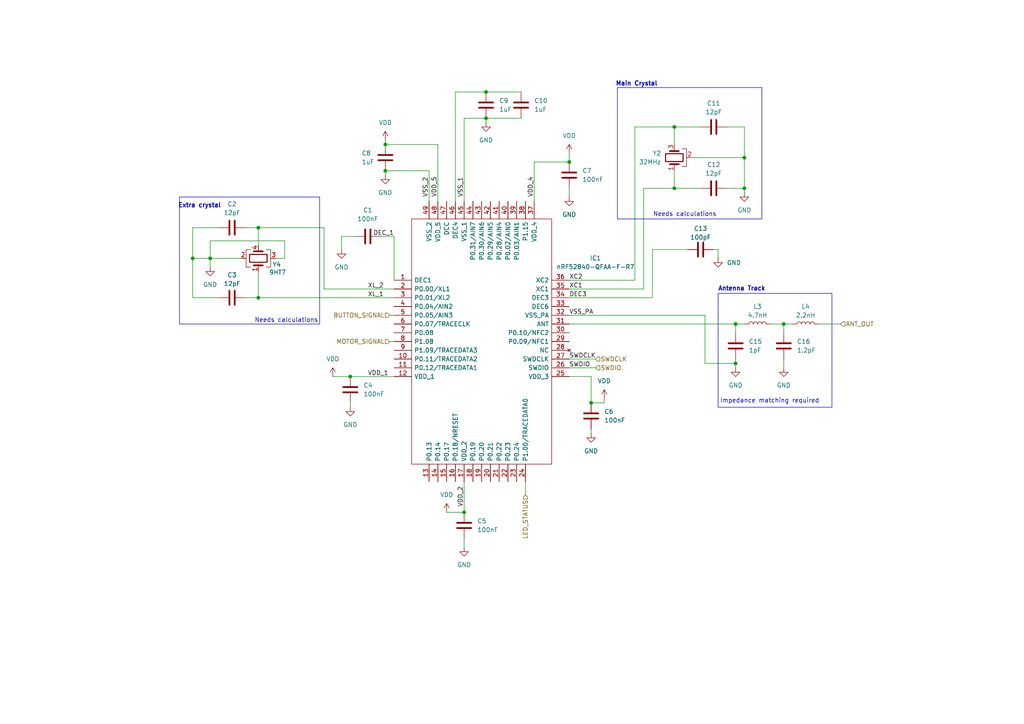
<source format=kicad_sch>
(kicad_sch (version 20250114) (generator "eeschema") (generator_version "9.0")
  (paper "A4")
  (title_block (title "Microcontroller circutry"))
  (lib_symbols
    (symbol "Device:C" (pin_numbers (hide yes)) (pin_names (offset 0.254))
      (property "Reference" "C" (at 0.635 2.54 0))
      (property "Value" "C" (at 0.635 -2.54 0))
      (symbol "C_0_1"
        (polyline (pts (xy -2.032 0.762) (xy 2.032 0.762)) (stroke (width 0.508)))
        (polyline (pts (xy -2.032 -0.762) (xy 2.032 -0.762)) (stroke (width 0.508)))
      )
      (symbol "C_1_1"
        (pin passive line (at 0 3.81 270) (length 2.794) (name "~") (number "1"))
        (pin passive line (at 0 -3.81 90) (length 2.794) (name "~") (number "2"))
      )
    )
    (symbol "Device:Crystal_GND2" (pin_names (offset 1.016) (hide yes))
      (property "Reference" "Y" (at 0 5.715 0))
      (property "Value" "Crystal_GND2" (at 0 3.81 0))
      (symbol "Crystal_GND2_0_1"
        (polyline (pts (xy -2.54 0) (xy -1.905 0)))
        (polyline (pts (xy -2.54 -2.286) (xy -2.54 -3.556) (xy 2.54 -3.556) (xy 2.54 -2.286)))
        (polyline (pts (xy -1.905 -1.27) (xy -1.905 1.27)) (stroke (width 0.508)))
        (rectangle (start -1.143 2.54) (end 1.143 -2.54) (stroke (width 0.3048)))
        (polyline (pts (xy 0 -3.81) (xy 0 -3.556)))
        (polyline (pts (xy 1.905 1.27) (xy 1.905 -1.27)) (stroke (width 0.508)))
        (polyline (pts (xy 1.905 0) (xy 2.54 0)))
      )
      (symbol "Crystal_GND2_1_1"
        (pin passive line (at -3.81 0 0) (length 1.27) (name "1") (number "1"))
        (pin passive line (at 0 -5.08 90) (length 1.27) (name "2") (number "2"))
        (pin passive line (at 3.81 0 180) (length 1.27) (name "3") (number "3"))
      )
    )
    (symbol "Device:Crystal_GND23" (pin_names (offset 1.016) (hide yes))
      (property "Reference" "Y" (at 3.175 5.08 0))
      (property "Value" "Crystal_GND23" (at 3.175 3.175 0))
      (symbol "Crystal_GND23_0_1"
        (polyline (pts (xy -2.54 2.286) (xy -2.54 3.556) (xy 2.54 3.556) (xy 2.54 2.286)))
        (polyline (pts (xy -2.54 0) (xy -2.032 0)))
        (polyline (pts (xy -2.54 -2.286) (xy -2.54 -3.556) (xy 2.54 -3.556) (xy 2.54 -2.286)))
        (polyline (pts (xy -2.032 -1.27) (xy -2.032 1.27)) (stroke (width 0.508)))
        (rectangle (start -1.143 2.54) (end 1.143 -2.54) (stroke (width 0.3048)))
        (polyline (pts (xy 0 3.556) (xy 0 3.81)))
        (polyline (pts (xy 0 -3.81) (xy 0 -3.556)))
        (polyline (pts (xy 2.032 0) (xy 2.54 0)))
        (polyline (pts (xy 2.032 -1.27) (xy 2.032 1.27)) (stroke (width 0.508)))
      )
      (symbol "Crystal_GND23_1_1"
        (pin passive line (at -3.81 0 0) (length 1.27) (name "1") (number "1"))
        (pin passive line (at 0 5.08 270) (length 1.27) (name "2") (number "2"))
        (pin passive line (at 0 -5.08 90) (length 1.27) (name "3") (number "3"))
        (pin passive line (at 3.81 0 180) (length 1.27) (name "4") (number "4"))
      )
    )
    (symbol "Device:L" (pin_numbers (hide yes)) (pin_names (offset 1.016) (hide yes))
      (property "Reference" "L" (at -1.27 0 90))
      (property "Value" "L" (at 1.905 0 90))
      (symbol "L_0_1"
        (arc (start 0 2.54) (mid 0.6323 1.905) (end 0 1.27))
        (arc (start 0 1.27) (mid 0.6323 0.635) (end 0 0))
        (arc (start 0 0) (mid 0.6323 -0.635) (end 0 -1.27))
        (arc (start 0 -1.27) (mid 0.6323 -1.905) (end 0 -2.54))
      )
      (symbol "L_1_1"
        (pin passive line (at 0 3.81 270) (length 1.27) (name "1") (number "1"))
        (pin passive line (at 0 -3.81 90) (length 1.27) (name "2") (number "2"))
      )
    )
    (symbol "nRF52840-QFAA-F-R7:nRF52840-QFAA-F-R7" (pin_names (offset 0.762))
      (property "Reference" "IC" (at 46.99 22.86 0))
      (property "Value" "nRF52840-QFAA-F-R7" (at 46.99 20.32 0))
      (symbol "nRF52840-QFAA-F-R7_0_0"
        (pin passive line (at 0 0 0) (length 5.08) (name "DEC1") (number "1"))
        (pin passive line (at 0 -2.54 0) (length 5.08) (name "P0.00/XL1") (number "2"))
        (pin passive line (at 0 -5.08 0) (length 5.08) (name "P0.01/XL2") (number "3"))
        (pin passive line (at 0 -7.62 0) (length 5.08) (name "P0.04/AIN2") (number "4"))
        (pin passive line (at 0 -10.16 0) (length 5.08) (name "P0.05/AIN3") (number "5"))
        (pin passive line (at 0 -12.7 0) (length 5.08) (name "P0.07/TRACECLK") (number "6"))
        (pin passive line (at 0 -15.24 0) (length 5.08) (name "P0.08") (number "7"))
        (pin passive line (at 0 -17.78 0) (length 5.08) (name "P1.08") (number "8"))
        (pin passive line (at 0 -20.32 0) (length 5.08) (name "P1.09/TRACEDATA3") (number "9"))
        (pin passive line (at 0 -22.86 0) (length 5.08) (name "P0.11/TRACEDATA2") (number "10"))
        (pin passive line (at 0 -25.4 0) (length 5.08) (name "P0.12/TRACEDATA1") (number "11"))
        (pin passive line (at 0 -27.94 0) (length 5.08) (name "VDD_1") (number "12"))
        (pin passive line (at 10.16 22.86 270) (length 5.08) (name "VSS_2") (number "49"))
        (pin passive line (at 10.16 -58.42 90) (length 5.08) (name "P0.13") (number "13"))
        (pin passive line (at 12.7 22.86 270) (length 5.08) (name "VDD_5") (number "48"))
        (pin passive line (at 12.7 -58.42 90) (length 5.08) (name "P0.14") (number "14"))
        (pin passive line (at 15.24 22.86 270) (length 5.08) (name "DCC") (number "47"))
        (pin passive line (at 15.24 -58.42 90) (length 5.08) (name "P0.17") (number "15"))
        (pin passive line (at 17.78 22.86 270) (length 5.08) (name "DEC4") (number "46"))
        (pin passive line (at 17.78 -58.42 90) (length 5.08) (name "P0.18/NRESET") (number "16"))
        (pin passive line (at 20.32 22.86 270) (length 5.08) (name "VSS_1") (number "45"))
        (pin passive line (at 20.32 -58.42 90) (length 5.08) (name "VDD_2") (number "17"))
        (pin passive line (at 22.86 22.86 270) (length 5.08) (name "P0.31/AIN7") (number "44"))
        (pin passive line (at 22.86 -58.42 90) (length 5.08) (name "P0.19") (number "18"))
        (pin passive line (at 25.4 22.86 270) (length 5.08) (name "P0.30/AIN6") (number "43"))
        (pin passive line (at 25.4 -58.42 90) (length 5.08) (name "P0.20") (number "19"))
        (pin passive line (at 27.94 22.86 270) (length 5.08) (name "P0.29/AIN5") (number "42"))
        (pin passive line (at 27.94 -58.42 90) (length 5.08) (name "P0.21") (number "20"))
        (pin passive line (at 30.48 22.86 270) (length 5.08) (name "P0.28/AIN4") (number "41"))
        (pin passive line (at 30.48 -58.42 90) (length 5.08) (name "P0.22") (number "21"))
        (pin passive line (at 33.02 22.86 270) (length 5.08) (name "P0.02/AIN0") (number "40"))
        (pin passive line (at 33.02 -58.42 90) (length 5.08) (name "P0.23") (number "22"))
        (pin passive line (at 35.56 22.86 270) (length 5.08) (name "P0.03/AIN1") (number "39"))
        (pin passive line (at 35.56 -58.42 90) (length 5.08) (name "P0.24") (number "23"))
        (pin passive line (at 38.1 22.86 270) (length 5.08) (name "P1.15") (number "38"))
        (pin passive line (at 38.1 -58.42 90) (length 5.08) (name "P1.00/TRACEDATA0") (number "24"))
        (pin passive line (at 40.64 22.86 270) (length 5.08) (name "VDD_4") (number "37"))
        (pin passive line (at 50.8 0 180) (length 5.08) (name "XC2") (number "36"))
        (pin passive line (at 50.8 -2.54 180) (length 5.08) (name "XC1") (number "35"))
        (pin passive line (at 50.8 -5.08 180) (length 5.08) (name "DEC3") (number "34"))
        (pin passive line (at 50.8 -7.62 180) (length 5.08) (name "DEC6") (number "33"))
        (pin passive line (at 50.8 -10.16 180) (length 5.08) (name "VSS_PA") (number "32"))
        (pin passive line (at 50.8 -12.7 180) (length 5.08) (name "ANT") (number "31"))
        (pin passive line (at 50.8 -15.24 180) (length 5.08) (name "P0.10/NFC2") (number "30"))
        (pin passive line (at 50.8 -17.78 180) (length 5.08) (name "P0.09/NFC1") (number "29"))
        (pin no_connect line (at 50.8 -20.32 180) (length 5.08) (name "NC") (number "28"))
        (pin passive line (at 50.8 -22.86 180) (length 5.08) (name "SWDCLK") (number "27"))
        (pin passive line (at 50.8 -25.4 180) (length 5.08) (name "SWDIO") (number "26"))
        (pin passive line (at 50.8 -27.94 180) (length 5.08) (name "VDD_3") (number "25"))
      )
      (symbol "nRF52840-QFAA-F-R7_0_1"
        (polyline (pts (xy 5.08 17.78) (xy 45.72 17.78) (xy 45.72 -53.34) (xy 5.08 -53.34) (xy 5.08 17.78)) (stroke (width 0.1524)))
      )
    )
    (symbol "power:GND" (power) (pin_numbers (hide yes)) (pin_names (offset 0) (hide yes))
      (property "Value" "GND" (at 0 -3.81 0))
      (symbol "GND_0_1"
        (polyline (pts (xy 0 0) (xy 0 -1.27) (xy 1.27 -1.27) (xy 0 -2.54) (xy -1.27 -1.27) (xy 0 -1.27)))
      )
      (symbol "GND_1_1"
        (pin power_in line (at 0 0 270) (length 0) (name "~") (number "1"))
      )
    )
    (symbol "power:VDD" (power) (pin_numbers (hide yes)) (pin_names (offset 0) (hide yes))
      (property "Value" "VDD" (at 0 3.556 0))
      (symbol "VDD_0_1"
        (polyline (pts (xy -0.762 1.27) (xy 0 2.54)))
        (polyline (pts (xy 0 2.54) (xy 0.762 1.27)))
        (polyline (pts (xy 0 0) (xy 0 2.54)))
      )
      (symbol "VDD_1_1"
        (pin power_in line (at 0 0 90) (length 0) (name "~") (number "1"))
      )
    )
  )
  (rectangle (start 208.28 85.09) (end 241.3 118.11))
  (rectangle (start 52.07 57.15) (end 92.71 93.98))
  (rectangle (start 179.07 25.4) (end 220.98 63.5))
  (text "Antenna Track" (at 215.138 83.82 0) (effects (font (size 1.27 1.27) (thickness 0.254) (bold yes))))
  (text "Needs calculations" (at 83.058 92.964 0) (effects (font (size 1.27 1.27))))
  (text "Main Crystal" (at 184.658 24.384 0) (effects (font (size 1.27 1.27) (thickness 0.254) (bold yes))))
  (text "Extra crystal" (at 57.912 59.69 0) (effects (font (size 1.27 1.27) (thickness 0.254) (bold yes))))
  (text "Impedance matching required" (at 223.266 116.332 0) (effects (font (size 1.27 1.27))))
  (text "Needs calculations" (at 198.628 62.23 0) (effects (font (size 1.27 1.27))))
  (junction (at 195.58 36.83))
  (junction (at 213.36 93.98))
  (junction (at 227.33 93.98))
  (junction (at 171.45 116.84))
  (junction (at 74.93 66.04))
  (junction (at 165.1 46.99))
  (junction (at 195.58 54.61))
  (junction (at 134.62 148.59))
  (junction (at 101.6 109.22))
  (junction (at 60.96 74.93))
  (junction (at 213.36 105.41))
  (junction (at 111.76 49.53))
  (junction (at 215.9 45.72))
  (junction (at 55.88 74.93))
  (junction (at 140.97 26.67))
  (junction (at 111.76 41.91))
  (junction (at 74.93 86.36))
  (junction (at 140.97 34.29))
  (junction (at 215.9 54.61))
  (wire (pts (xy 208.28 72.39) (xy 207.01 72.39)))
  (wire (pts (xy 111.76 40.64) (xy 111.76 41.91)))
  (wire (pts (xy 140.97 34.29) (xy 140.97 35.56)))
  (wire (pts (xy 189.23 86.36) (xy 189.23 72.39)))
  (wire (pts (xy 186.69 54.61) (xy 195.58 54.61)))
  (wire (pts (xy 171.45 124.46) (xy 171.45 125.73)))
  (wire (pts (xy 129.54 148.59) (xy 134.62 148.59)))
  (wire (pts (xy 134.62 34.29) (xy 140.97 34.29)))
  (wire (pts (xy 171.45 109.22) (xy 165.1 109.22)))
  (wire (pts (xy 208.28 74.93) (xy 208.28 72.39)))
  (wire (pts (xy 113.03 91.44) (xy 114.3 91.44)))
  (wire (pts (xy 101.6 109.22) (xy 114.3 109.22)))
  (wire (pts (xy 165.1 91.44) (xy 204.47 91.44)))
  (wire (pts (xy 60.96 69.85) (xy 60.96 74.93)))
  (wire (pts (xy 227.33 104.14) (xy 227.33 106.68)))
  (wire (pts (xy 200.66 45.72) (xy 215.9 45.72)))
  (wire (pts (xy 227.33 93.98) (xy 229.87 93.98)))
  (wire (pts (xy 55.88 74.93) (xy 55.88 86.36)))
  (wire (pts (xy 111.76 49.53) (xy 124.46 49.53)))
  (wire (pts (xy 74.93 66.04) (xy 74.93 71.12)))
  (wire (pts (xy 93.98 83.82) (xy 114.3 83.82)))
  (wire (pts (xy 175.26 116.84) (xy 171.45 116.84)))
  (wire (pts (xy 237.49 93.98) (xy 243.84 93.98)))
  (wire (pts (xy 63.5 66.04) (xy 55.88 66.04)))
  (wire (pts (xy 74.93 86.36) (xy 114.3 86.36)))
  (wire (pts (xy 175.26 115.57) (xy 175.26 116.84)))
  (wire (pts (xy 124.46 49.53) (xy 124.46 58.42)))
  (wire (pts (xy 215.9 93.98) (xy 213.36 93.98)))
  (wire (pts (xy 101.6 116.84) (xy 101.6 118.11)))
  (wire (pts (xy 60.96 77.47) (xy 60.96 74.93)))
  (wire (pts (xy 132.08 58.42) (xy 132.08 26.67)))
  (wire (pts (xy 71.12 66.04) (xy 74.93 66.04)))
  (wire (pts (xy 99.06 72.39) (xy 99.06 68.58)))
  (wire (pts (xy 213.36 104.14) (xy 213.36 105.41)))
  (wire (pts (xy 171.45 116.84) (xy 171.45 109.22)))
  (wire (pts (xy 71.12 86.36) (xy 74.93 86.36)))
  (wire (pts (xy 74.93 66.04) (xy 93.98 66.04)))
  (wire (pts (xy 213.36 106.68) (xy 213.36 105.41)))
  (wire (pts (xy 134.62 156.21) (xy 134.62 158.75)))
  (wire (pts (xy 80.01 74.93) (xy 82.55 74.93)))
  (wire (pts (xy 184.15 36.83) (xy 195.58 36.83)))
  (wire (pts (xy 165.1 81.28) (xy 184.15 81.28)))
  (wire (pts (xy 204.47 91.44) (xy 204.47 105.41)))
  (wire (pts (xy 110.49 68.58) (xy 114.3 68.58)))
  (wire (pts (xy 127 41.91) (xy 111.76 41.91)))
  (wire (pts (xy 99.06 68.58) (xy 102.87 68.58)))
  (wire (pts (xy 111.76 49.53) (xy 111.76 50.8)))
  (wire (pts (xy 210.82 54.61) (xy 215.9 54.61)))
  (wire (pts (xy 165.1 54.61) (xy 165.1 57.15)))
  (wire (pts (xy 195.58 54.61) (xy 203.2 54.61)))
  (wire (pts (xy 93.98 83.82) (xy 93.98 66.04)))
  (wire (pts (xy 213.36 93.98) (xy 213.36 96.52)))
  (wire (pts (xy 204.47 105.41) (xy 213.36 105.41)))
  (wire (pts (xy 140.97 26.67) (xy 151.13 26.67)))
  (wire (pts (xy 55.88 66.04) (xy 55.88 74.93)))
  (wire (pts (xy 184.15 81.28) (xy 184.15 36.83)))
  (wire (pts (xy 114.3 68.58) (xy 114.3 81.28)))
  (wire (pts (xy 55.88 74.93) (xy 60.96 74.93)))
  (wire (pts (xy 186.69 54.61) (xy 186.69 83.82)))
  (wire (pts (xy 210.82 36.83) (xy 215.9 36.83)))
  (wire (pts (xy 127 58.42) (xy 127 41.91)))
  (wire (pts (xy 165.1 106.68) (xy 172.72 106.68)))
  (wire (pts (xy 74.93 78.74) (xy 74.93 86.36)))
  (wire (pts (xy 215.9 45.72) (xy 215.9 54.61)))
  (wire (pts (xy 165.1 104.14) (xy 172.72 104.14)))
  (wire (pts (xy 55.88 86.36) (xy 63.5 86.36)))
  (wire (pts (xy 154.94 46.99) (xy 165.1 46.99)))
  (wire (pts (xy 195.58 54.61) (xy 195.58 49.53)))
  (wire (pts (xy 215.9 36.83) (xy 215.9 45.72)))
  (wire (pts (xy 165.1 86.36) (xy 189.23 86.36)))
  (wire (pts (xy 227.33 93.98) (xy 227.33 96.52)))
  (wire (pts (xy 165.1 44.45) (xy 165.1 46.99)))
  (wire (pts (xy 134.62 58.42) (xy 134.62 34.29)))
  (wire (pts (xy 223.52 93.98) (xy 227.33 93.98)))
  (wire (pts (xy 186.69 83.82) (xy 165.1 83.82)))
  (wire (pts (xy 113.03 99.06) (xy 114.3 99.06)))
  (wire (pts (xy 152.4 139.7) (xy 152.4 143.51)))
  (wire (pts (xy 154.94 46.99) (xy 154.94 58.42)))
  (wire (pts (xy 82.55 74.93) (xy 82.55 69.85)))
  (wire (pts (xy 189.23 72.39) (xy 199.39 72.39)))
  (wire (pts (xy 60.96 74.93) (xy 69.85 74.93)))
  (wire (pts (xy 82.55 69.85) (xy 60.96 69.85)))
  (wire (pts (xy 195.58 36.83) (xy 195.58 41.91)))
  (wire (pts (xy 140.97 34.29) (xy 151.13 34.29)))
  (wire (pts (xy 215.9 54.61) (xy 215.9 55.88)))
  (wire (pts (xy 134.62 139.7) (xy 134.62 148.59)))
  (wire (pts (xy 132.08 26.67) (xy 140.97 26.67)))
  (wire (pts (xy 195.58 36.83) (xy 203.2 36.83)))
  (wire (pts (xy 213.36 93.98) (xy 165.1 93.98)))
  (wire (pts (xy 96.52 109.22) (xy 101.6 109.22)))
  (label "SWDIO" (at 165.1 106.68 0))
  (label "XC1" (at 165.1 83.82 0))
  (label "VDD_4" (at 154.94 57.15 90))
  (label "VDD_5" (at 127 57.15 90))
  (label "DEC3" (at 165.1 86.36 0))
  (label "XL_2" (at 106.68 83.82 0))
  (label "XC2" (at 165.1 81.28 0))
  (label "SWDCLK" (at 165.1 104.14 0))
  (label "VDD_2" (at 134.62 140.97 270))
  (label "VSS_1" (at 134.62 57.15 90))
  (label "DEC_1" (at 114.3 68.58 180))
  (label "VSS_PA" (at 165.1 91.44 0))
  (label "VDD_1" (at 106.68 109.22 0))
  (label "XL_1" (at 106.68 86.36 0))
  (label "VSS_2" (at 124.46 57.15 90))
  (hierarchical_label "MOTOR_SIGNAL" (shape input) (at 113.03 99.06 180))
  (hierarchical_label "SWDCLK" (shape input) (at 172.72 104.14 0))
  (hierarchical_label "SWDIO" (shape input) (at 172.72 106.68 0))
  (hierarchical_label "LED_STATUS" (shape input) (at 152.4 143.51 270))
  (hierarchical_label "ANT_OUT" (shape input) (at 243.84 93.98 0))
  (hierarchical_label "BUTTON_SIGNAL" (shape input) (at 113.03 91.44 180))
  (symbol (lib_id "Device:C") (at 101.6 113.03 0) (unit 1)
    (property "Reference" "C4" (at 105.41 111.7599 0) (effects (justify left)))
    (property "Value" "100nF" (at 105.41 114.2999 0) (effects (justify left)))
    (property "Footprint" "Capacitor_SMD:C_0402_1005Metric" (effects (hide yes)))
    (property "Description" "Unpolarized capacitor" (effects (hide yes)))
  )
  (symbol (lib_id "nRF52840-QFAA-F-R7:nRF52840-QFAA-F-R7") (at 114.3 81.28 0) (unit 1)
    (property "Reference" "IC1" (at 172.72 74.8598 0))
    (property "Value" "nRF52840-QFAA-F-R7" (at 172.72 77.3998 0))
    (property "Footprint" "libraries:QFN40P600X600X95-49N-D" (effects (hide yes)))
    (property "Datasheet" "https://infocenter.nordicsemi.com/pdf/nRF52840_PS_v1.7.pdf" (effects (hide yes)))
    (property "Description" "RF System on a Chip - SoC Multiprotocol Bluetooth 5.3 SoC supporting Bluetooth Low Energy, Bluetooth mesh, NFC, Thread and Zigbee" (effects (hide yes)))
    (property "Description_1" "RF System on a Chip - SoC Multiprotocol Bluetooth 5.3 SoC supporting Bluetooth Low Energy, Bluetooth mesh, NFC, Thread and Zigbee" (effects (hide yes)))
    (property "Height" "0.95" (effects (hide yes)))
    (property "Mouser Part Number" "949-NRF52840QFAAF-R7" (effects (hide yes)))
    (property "Mouser Price/Stock" "https://www.mouser.co.uk/ProductDetail/Nordic-Semiconductor/nRF52840-QFAA-F-R7?qs=TCDPyi3sCW2TA2kPWr8xHQ%3D%3D" (effects (hide yes)))
    (property "Manufacturer_Name" "Nordic Semiconductor" (effects (hide yes)))
    (property "Manufacturer_Part_Number" "nRF52840-QFAA-F-R7" (effects (hide yes)))
  )
  (symbol (lib_id "power:GND") (at 134.62 158.75 0) (unit 1)
    (property "Reference" "#PWR04" (effects (hide yes)))
    (property "Value" "GND" (at 134.62 163.83 0))
    (property "Description" "Power symbol creates a global label with name \"GND\" , ground" (effects (hide yes)))
  )
  (symbol (lib_id "Device:C") (at 165.1 50.8 180) (unit 1)
    (property "Reference" "C7" (at 168.91 49.5299 0) (effects (justify right)))
    (property "Value" "100nF" (at 168.91 52.0699 0) (effects (justify right)))
    (property "Footprint" "Capacitor_SMD:C_0402_1005Metric" (effects (hide yes)))
    (property "Description" "Unpolarized capacitor" (effects (hide yes)))
  )
  (symbol (lib_id "power:GND") (at 60.96 77.47 0) (unit 1)
    (property "Reference" "#PWR02" (effects (hide yes)))
    (property "Value" "GND" (at 60.96 82.55 0))
    (property "Description" "Power symbol creates a global label with name \"GND\" , ground" (effects (hide yes)))
  )
  (symbol (lib_id "power:GND") (at 140.97 35.56 0) (unit 1)
    (property "Reference" "#PWR013" (effects (hide yes)))
    (property "Value" "GND" (at 140.97 40.64 0))
    (property "Description" "Power symbol creates a global label with name \"GND\" , ground" (effects (hide yes)))
  )
  (symbol (lib_id "Device:L") (at 219.71 93.98 90) (unit 1)
    (property "Reference" "L3" (at 219.71 88.9 90))
    (property "Value" "4.7nH" (at 219.71 91.44 90))
    (property "Footprint" "Capacitor_SMD:C_0402_1005Metric" (effects (hide yes)))
    (property "Description" "Inductor" (effects (hide yes)))
  )
  (symbol (lib_id "power:GND") (at 208.28 74.93 0) (unit 1)
    (property "Reference" "#PWR015" (effects (hide yes)))
    (property "Value" "GND" (at 210.82 76.1999 0) (effects (justify left)))
    (property "Description" "Power symbol creates a global label with name \"GND\" , ground" (effects (hide yes)))
  )
  (symbol (lib_id "power:GND") (at 213.36 106.68 0) (unit 1)
    (property "Reference" "#PWR016" (effects (hide yes)))
    (property "Value" "GND" (at 213.36 111.76 0))
    (property "Description" "Power symbol creates a global label with name \"GND\" , ground" (effects (hide yes)))
  )
  (symbol (lib_id "power:GND") (at 171.45 125.73 0) (unit 1)
    (property "Reference" "#PWR05" (effects (hide yes)))
    (property "Value" "GND" (at 171.45 130.81 0))
    (property "Description" "Power symbol creates a global label with name \"GND\" , ground" (effects (hide yes)))
  )
  (symbol (lib_id "Device:C") (at 67.31 86.36 90) (unit 1)
    (property "Reference" "C3" (at 67.31 79.756 90))
    (property "Value" "12pF" (at 67.31 82.296 90))
    (property "Footprint" "Capacitor_SMD:C_0402_1005Metric" (effects (hide yes)))
    (property "Description" "Unpolarized capacitor" (effects (hide yes)))
  )
  (symbol (lib_id "Device:C") (at 171.45 120.65 0) (unit 1)
    (property "Reference" "C6" (at 175.26 119.3799 0) (effects (justify left)))
    (property "Value" "100nF" (at 175.26 121.9199 0) (effects (justify left)))
    (property "Footprint" "Capacitor_SMD:C_0402_1005Metric" (effects (hide yes)))
    (property "Description" "Unpolarized capacitor" (effects (hide yes)))
  )
  (symbol (lib_id "power:GND") (at 111.76 50.8 0) (unit 1)
    (property "Reference" "#PWR011" (effects (hide yes)))
    (property "Value" "GND" (at 111.76 55.88 0))
    (property "Description" "Power symbol creates a global label with name \"GND\" , ground" (effects (hide yes)))
  )
  (symbol (lib_id "Device:C") (at 151.13 30.48 180) (unit 1)
    (property "Reference" "C10" (at 154.94 29.2099 0) (effects (justify right)))
    (property "Value" "1uF" (at 154.94 31.7499 0) (effects (justify right)))
    (property "Footprint" "Capacitor_SMD:C_0402_1005Metric" (effects (hide yes)))
    (property "Description" "Unpolarized capacitor" (effects (hide yes)))
  )
  (symbol (lib_id "power:GND") (at 215.9 55.88 0) (unit 1)
    (property "Reference" "#PWR014" (effects (hide yes)))
    (property "Value" "GND" (at 215.9 60.96 0))
    (property "Description" "Power symbol creates a global label with name \"GND\" , ground" (effects (hide yes)))
  )
  (symbol (lib_id "Device:C") (at 203.2 72.39 90) (unit 1)
    (property "Reference" "C13" (at 203.2 66.294 90))
    (property "Value" "100pF" (at 203.2 68.834 90))
    (property "Footprint" "Capacitor_SMD:C_0402_1005Metric" (effects (hide yes)))
    (property "Description" "Unpolarized capacitor" (effects (hide yes)))
  )
  (symbol (lib_id "power:VDD") (at 129.54 148.59 0) (unit 1)
    (property "Reference" "#PWR08" (effects (hide yes)))
    (property "Value" "VDD" (at 129.54 143.51 0))
    (property "Description" "Power symbol creates a global label with name \"VDD\"" (effects (hide yes)))
  )
  (symbol (lib_id "Device:C") (at 106.68 68.58 90) (unit 1)
    (property "Reference" "C1" (at 106.68 60.96 90))
    (property "Value" "100nF" (at 106.68 63.5 90))
    (property "Footprint" "Capacitor_SMD:C_0402_1005Metric" (effects (hide yes)))
    (property "Description" "Unpolarized capacitor" (effects (hide yes)))
  )
  (symbol (lib_id "Device:C") (at 213.36 100.33 0) (unit 1)
    (property "Reference" "C15" (at 217.17 99.0599 0) (effects (justify left)))
    (property "Value" "1pF" (at 217.17 101.5999 0) (effects (justify left)))
    (property "Footprint" "Capacitor_SMD:C_0402_1005Metric" (effects (hide yes)))
    (property "Description" "Unpolarized capacitor" (effects (hide yes)))
  )
  (symbol (lib_id "power:VDD") (at 175.26 115.57 0) (unit 1)
    (property "Reference" "#PWR07" (effects (hide yes)))
    (property "Value" "VDD" (at 175.26 110.49 0))
    (property "Description" "Power symbol creates a global label with name \"VDD\"" (effects (hide yes)))
  )
  (symbol (lib_id "Device:C") (at 207.01 54.61 90) (unit 1)
    (property "Reference" "C12" (at 207.01 47.752 90))
    (property "Value" "12pF" (at 207.01 50.292 90))
    (property "Footprint" "Capacitor_SMD:C_0402_1005Metric" (effects (hide yes)))
    (property "Description" "Unpolarized capacitor" (effects (hide yes)))
  )
  (symbol (lib_id "Device:C") (at 207.01 36.83 90) (unit 1)
    (property "Reference" "C11" (at 207.01 29.972 90))
    (property "Value" "12pF" (at 207.01 32.512 90))
    (property "Footprint" "Capacitor_SMD:C_0402_1005Metric" (effects (hide yes)))
    (property "Description" "Unpolarized capacitor" (effects (hide yes)))
  )
  (symbol (lib_id "Device:C") (at 227.33 100.33 0) (unit 1)
    (property "Reference" "C16" (at 231.14 99.0599 0) (effects (justify left)))
    (property "Value" "1.2pF" (at 231.14 101.5999 0) (effects (justify left)))
    (property "Footprint" "Capacitor_SMD:C_0402_1005Metric" (effects (hide yes)))
    (property "Description" "Unpolarized capacitor" (effects (hide yes)))
  )
  (symbol (lib_id "Device:Crystal_GND23") (at 74.93 74.93 90) (unit 1)
    (property "Reference" "Y4" (at 80.264 76.708 90))
    (property "Value" "9HT7" (at 80.518 78.994 90))
    (property "Footprint" "libraries:9HT732768KDZFT" (effects (hide yes)))
    (property "Description" "Four pin crystal, GND on pins 2 and 3" (effects (hide yes)))
  )
  (symbol (lib_id "power:GND") (at 227.33 106.68 0) (unit 1)
    (property "Reference" "#PWR017" (effects (hide yes)))
    (property "Value" "GND" (at 227.33 111.76 0))
    (property "Description" "Power symbol creates a global label with name \"GND\" , ground" (effects (hide yes)))
  )
  (symbol (lib_id "Device:Crystal_GND2") (at 195.58 45.72 90) (unit 1)
    (property "Reference" "Y2" (at 191.77 44.4499 90) (effects (justify left)))
    (property "Value" "32MHz" (at 191.77 46.9899 90) (effects (justify left)))
    (property "Footprint" "libraries:ECS320847BJTMTR" (effects (hide yes)))
    (property "Description" "Three pin crystal, GND on pin 2" (effects (hide yes)))
  )
  (symbol (lib_id "power:GND") (at 101.6 118.11 0) (unit 1)
    (property "Reference" "#PWR03" (effects (hide yes)))
    (property "Value" "GND" (at 101.6 123.19 0))
    (property "Description" "Power symbol creates a global label with name \"GND\" , ground" (effects (hide yes)))
  )
  (symbol (lib_id "power:VDD") (at 111.76 40.64 0) (unit 1)
    (property "Reference" "#PWR012" (effects (hide yes)))
    (property "Value" "VDD" (at 111.76 35.56 0))
    (property "Description" "Power symbol creates a global label with name \"VDD\"" (effects (hide yes)))
  )
  (symbol (lib_id "Device:C") (at 67.31 66.04 90) (unit 1)
    (property "Reference" "C2" (at 67.31 59.182 90))
    (property "Value" "12pF" (at 67.31 61.722 90))
    (property "Footprint" "Capacitor_SMD:C_0402_1005Metric" (effects (hide yes)))
    (property "Description" "Unpolarized capacitor" (effects (hide yes)))
  )
  (symbol (lib_id "power:GND") (at 99.06 72.39 0) (unit 1)
    (property "Reference" "#PWR01" (effects (hide yes)))
    (property "Value" "GND" (at 99.06 77.47 0))
    (property "Description" "Power symbol creates a global label with name \"GND\" , ground" (effects (hide yes)))
  )
  (symbol (lib_id "Device:L") (at 233.68 93.98 90) (unit 1)
    (property "Reference" "L4" (at 233.68 88.9 90))
    (property "Value" "2.2nH" (at 233.68 91.44 90))
    (property "Footprint" "Capacitor_SMD:C_0402_1005Metric" (effects (hide yes)))
    (property "Description" "Inductor" (effects (hide yes)))
  )
  (symbol (lib_id "Device:C") (at 111.76 45.72 180) (unit 1)
    (property "Reference" "C8" (at 104.902 44.45 0) (effects (justify right)))
    (property "Value" "1uF" (at 104.902 46.99 0) (effects (justify right)))
    (property "Footprint" "Capacitor_SMD:C_0402_1005Metric" (effects (hide yes)))
    (property "Description" "Unpolarized capacitor" (effects (hide yes)))
  )
  (symbol (lib_id "Device:C") (at 140.97 30.48 180) (unit 1)
    (property "Reference" "C9" (at 144.78 29.2099 0) (effects (justify right)))
    (property "Value" "1uF" (at 144.78 31.7499 0) (effects (justify right)))
    (property "Footprint" "Capacitor_SMD:C_0402_1005Metric" (effects (hide yes)))
    (property "Description" "Unpolarized capacitor" (effects (hide yes)))
  )
  (symbol (lib_id "power:VDD") (at 165.1 44.45 0) (unit 1)
    (property "Reference" "#PWR010" (effects (hide yes)))
    (property "Value" "VDD" (at 165.1 39.37 0))
    (property "Description" "Power symbol creates a global label with name \"VDD\"" (effects (hide yes)))
  )
  (symbol (lib_id "Device:C") (at 134.62 152.4 0) (unit 1)
    (property "Reference" "C5" (at 138.43 151.1299 0) (effects (justify left)))
    (property "Value" "100nF" (at 138.43 153.6699 0) (effects (justify left)))
    (property "Footprint" "Capacitor_SMD:C_0402_1005Metric" (effects (hide yes)))
    (property "Description" "Unpolarized capacitor" (effects (hide yes)))
  )
  (symbol (lib_id "power:VDD") (at 96.52 109.22 0) (unit 1)
    (property "Reference" "#PWR06" (effects (hide yes)))
    (property "Value" "VDD" (at 96.52 104.14 0))
    (property "Description" "Power symbol creates a global label with name \"VDD\"" (effects (hide yes)))
  )
  (symbol (lib_id "power:GND") (at 165.1 57.15 0) (unit 1)
    (property "Reference" "#PWR09" (effects (hide yes)))
    (property "Value" "GND" (at 165.1 62.23 0))
    (property "Description" "Power symbol creates a global label with name \"GND\" , ground" (effects (hide yes)))
  )
)
</source>
